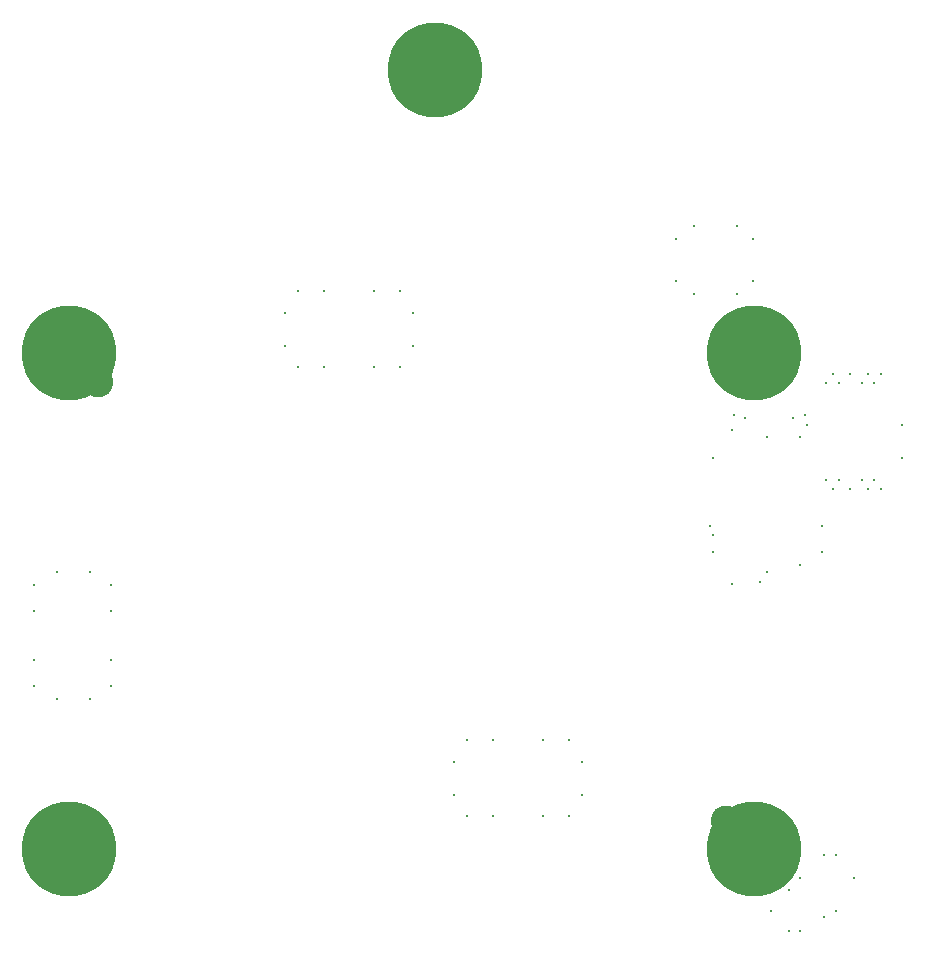
<source format=gbs>
G04*
G04 #@! TF.GenerationSoftware,Altium Limited,Altium Designer,20.0.14 (345)*
G04*
G04 Layer_Color=16711935*
%FSLAX43Y43*%
%MOMM*%
G71*
G01*
G75*
%ADD11C,0.300*%
%ADD12C,1.000*%
%ADD13C,8.000*%
%ADD14C,2.600*%
D11*
X94900Y102800D02*
D03*
X98500D02*
D03*
X94900Y97000D02*
D03*
X98500D02*
D03*
X99900Y101700D02*
D03*
X93400D02*
D03*
X99900Y98100D02*
D03*
X93400D02*
D03*
X101100Y84900D02*
D03*
Y73500D02*
D03*
X103900Y84900D02*
D03*
Y74100D02*
D03*
X105700Y77400D02*
D03*
X96250D02*
D03*
X105700Y75200D02*
D03*
X96500D02*
D03*
X40950Y73500D02*
D03*
Y62700D02*
D03*
X43750Y73500D02*
D03*
Y62700D02*
D03*
X45550Y72400D02*
D03*
X39050D02*
D03*
X45550Y70200D02*
D03*
X39050D02*
D03*
X45550Y66000D02*
D03*
X39050D02*
D03*
X45550Y63800D02*
D03*
X39050D02*
D03*
X61400Y97300D02*
D03*
Y90800D02*
D03*
X63600Y97300D02*
D03*
Y90800D02*
D03*
X67800Y97300D02*
D03*
Y90800D02*
D03*
X70000Y97300D02*
D03*
Y90800D02*
D03*
X60300Y92600D02*
D03*
X71100D02*
D03*
X60300Y95400D02*
D03*
X71100D02*
D03*
X75700Y59300D02*
D03*
Y52800D02*
D03*
X77900Y59300D02*
D03*
Y52800D02*
D03*
X82100Y59300D02*
D03*
Y52800D02*
D03*
X84300Y59300D02*
D03*
Y52800D02*
D03*
X74600Y54600D02*
D03*
X85400D02*
D03*
X74600Y57400D02*
D03*
X85400D02*
D03*
X106900Y44800D02*
D03*
Y49550D02*
D03*
X103900Y47600D02*
D03*
X108450D02*
D03*
X105900Y44300D02*
D03*
Y49550D02*
D03*
X103900Y43050D02*
D03*
X101450Y44800D02*
D03*
X102900Y43050D02*
D03*
Y46550D02*
D03*
X103250Y86500D02*
D03*
X99250D02*
D03*
X104250Y86750D02*
D03*
X98250D02*
D03*
X98100Y72500D02*
D03*
Y85500D02*
D03*
X96500Y76600D02*
D03*
X100500Y72600D02*
D03*
X109100Y81250D02*
D03*
Y89500D02*
D03*
X108100Y80500D02*
D03*
Y90250D02*
D03*
X112500Y85900D02*
D03*
X104500D02*
D03*
X112500Y83100D02*
D03*
X96500D02*
D03*
X106100Y81250D02*
D03*
Y89500D02*
D03*
X107150Y81250D02*
D03*
Y89500D02*
D03*
X106650Y80500D02*
D03*
Y90250D02*
D03*
X110150Y81250D02*
D03*
Y89500D02*
D03*
X110750Y80500D02*
D03*
Y90250D02*
D03*
X109650Y80500D02*
D03*
Y90250D02*
D03*
D12*
X71160Y114160D02*
D03*
Y117840D02*
D03*
X74840Y114160D02*
D03*
Y117840D02*
D03*
X73000Y113400D02*
D03*
X70400Y116000D02*
D03*
X73000Y118600D02*
D03*
X75600Y116000D02*
D03*
X98160Y48160D02*
D03*
X101840D02*
D03*
Y51840D02*
D03*
X100000Y47400D02*
D03*
X97400Y50000D02*
D03*
X100000Y52600D02*
D03*
X102600Y50000D02*
D03*
X98160Y90160D02*
D03*
Y93840D02*
D03*
X101840Y90160D02*
D03*
Y93840D02*
D03*
X100000Y89400D02*
D03*
X97400Y92000D02*
D03*
X100000Y94600D02*
D03*
X102600Y92000D02*
D03*
X40160Y48160D02*
D03*
Y51840D02*
D03*
X43840Y48160D02*
D03*
Y51840D02*
D03*
X42000Y47400D02*
D03*
X39400Y50000D02*
D03*
X42000Y52600D02*
D03*
X44600Y50000D02*
D03*
X40160Y90160D02*
D03*
Y93840D02*
D03*
X43840D02*
D03*
X42000Y89400D02*
D03*
X39400Y92000D02*
D03*
X42000Y94600D02*
D03*
X44600Y92000D02*
D03*
D13*
X73000Y116000D02*
D03*
X100000Y50000D02*
D03*
Y92000D02*
D03*
X42000Y50000D02*
D03*
Y92000D02*
D03*
D14*
X97568Y52432D02*
D03*
X44432Y89568D02*
D03*
M02*

</source>
